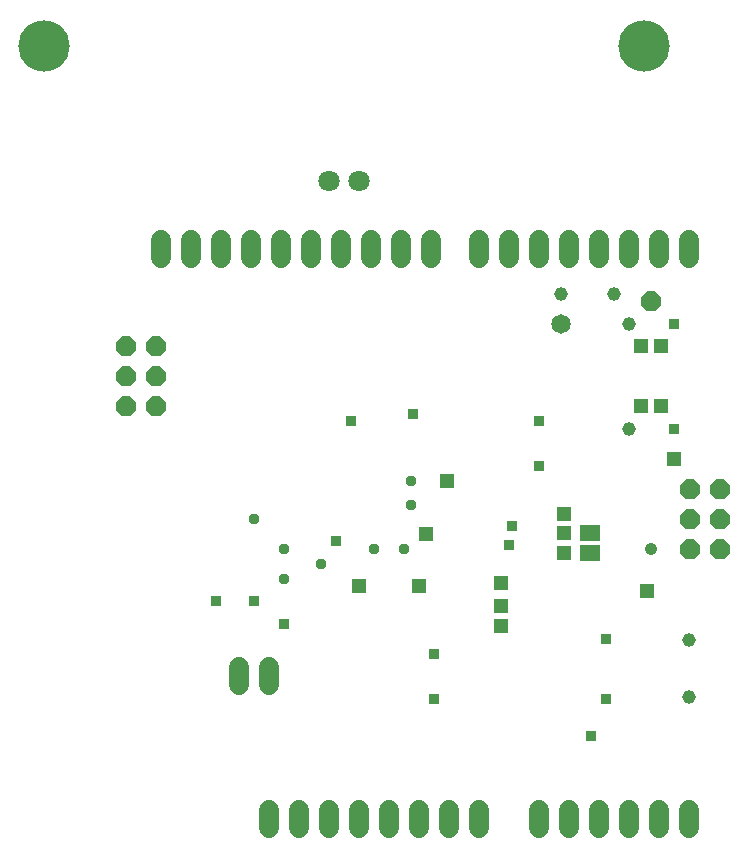
<source format=gbs>
G75*
%MOIN*%
%OFA0B0*%
%FSLAX25Y25*%
%IPPOS*%
%LPD*%
%AMOC8*
5,1,8,0,0,1.08239X$1,22.5*
%
%ADD10C,0.06600*%
%ADD11OC8,0.06600*%
%ADD12R,0.06506X0.05718*%
%ADD13R,0.04537X0.04931*%
%ADD14C,0.04562*%
%ADD15R,0.04931X0.04537*%
%ADD16R,0.03700X0.03700*%
%ADD17R,0.04562X0.04562*%
%ADD18C,0.04169*%
%ADD19C,0.03700*%
%ADD20C,0.06506*%
%ADD21C,0.17135*%
%ADD22C,0.07096*%
D10*
X0101800Y0056000D02*
X0101800Y0062000D01*
X0111800Y0062000D02*
X0111800Y0056000D01*
X0111800Y0014500D02*
X0111800Y0008500D01*
X0121800Y0008500D02*
X0121800Y0014500D01*
X0131800Y0014500D02*
X0131800Y0008500D01*
X0141800Y0008500D02*
X0141800Y0014500D01*
X0151800Y0014500D02*
X0151800Y0008500D01*
X0161800Y0008500D02*
X0161800Y0014500D01*
X0171800Y0014500D02*
X0171800Y0008500D01*
X0181800Y0008500D02*
X0181800Y0014500D01*
X0201800Y0014500D02*
X0201800Y0008500D01*
X0211800Y0008500D02*
X0211800Y0014500D01*
X0221800Y0014500D02*
X0221800Y0008500D01*
X0231800Y0008500D02*
X0231800Y0014500D01*
X0241800Y0014500D02*
X0241800Y0008500D01*
X0251800Y0008500D02*
X0251800Y0014500D01*
X0251800Y0198500D02*
X0251800Y0204500D01*
X0241800Y0204500D02*
X0241800Y0198500D01*
X0231800Y0198500D02*
X0231800Y0204500D01*
X0221800Y0204500D02*
X0221800Y0198500D01*
X0211800Y0198500D02*
X0211800Y0204500D01*
X0201800Y0204500D02*
X0201800Y0198500D01*
X0191800Y0198500D02*
X0191800Y0204500D01*
X0181800Y0204500D02*
X0181800Y0198500D01*
X0165800Y0198500D02*
X0165800Y0204500D01*
X0155800Y0204500D02*
X0155800Y0198500D01*
X0145800Y0198500D02*
X0145800Y0204500D01*
X0135800Y0204500D02*
X0135800Y0198500D01*
X0125800Y0198500D02*
X0125800Y0204500D01*
X0115800Y0204500D02*
X0115800Y0198500D01*
X0105800Y0198500D02*
X0105800Y0204500D01*
X0095800Y0204500D02*
X0095800Y0198500D01*
X0085800Y0198500D02*
X0085800Y0204500D01*
X0075800Y0204500D02*
X0075800Y0198500D01*
D11*
X0074300Y0169000D03*
X0074300Y0159000D03*
X0074300Y0149000D03*
X0064300Y0149000D03*
X0064300Y0159000D03*
X0064300Y0169000D03*
X0239300Y0184000D03*
X0252300Y0121500D03*
X0252300Y0111500D03*
X0252300Y0101500D03*
X0262300Y0101500D03*
X0262300Y0111500D03*
X0262300Y0121500D03*
D12*
X0218800Y0106846D03*
X0218800Y0100154D03*
D13*
X0210300Y0100154D03*
X0210300Y0106846D03*
X0189300Y0082346D03*
X0189300Y0075654D03*
D14*
X0231800Y0141500D03*
X0231800Y0176500D03*
X0226800Y0186500D03*
X0209300Y0186500D03*
X0251800Y0071100D03*
X0251800Y0051900D03*
D15*
X0242646Y0149000D03*
X0235954Y0149000D03*
X0235954Y0169000D03*
X0242646Y0169000D03*
D16*
X0094300Y0084000D03*
X0106800Y0084000D03*
X0116800Y0076500D03*
X0134300Y0104000D03*
X0166800Y0066500D03*
X0166800Y0051500D03*
X0192100Y0102800D03*
X0192800Y0109000D03*
X0201800Y0129000D03*
X0201800Y0144000D03*
X0159800Y0146500D03*
X0139300Y0144000D03*
X0224300Y0071500D03*
X0224300Y0051500D03*
X0219300Y0039000D03*
X0246800Y0141500D03*
X0246800Y0176500D03*
D17*
X0246800Y0131500D03*
X0210300Y0113000D03*
X0189300Y0090000D03*
X0164300Y0106500D03*
X0161800Y0089000D03*
X0141800Y0089000D03*
X0171300Y0124000D03*
X0237800Y0087500D03*
D18*
X0239300Y0101500D03*
D19*
X0159300Y0116000D03*
X0159300Y0124000D03*
X0156800Y0101500D03*
X0146800Y0101500D03*
X0129300Y0096500D03*
X0116800Y0091500D03*
X0116800Y0101500D03*
X0106800Y0111500D03*
D20*
X0209300Y0176500D03*
D21*
X0236800Y0269000D03*
X0036800Y0269000D03*
D22*
X0131800Y0224000D03*
X0141800Y0224000D03*
M02*

</source>
